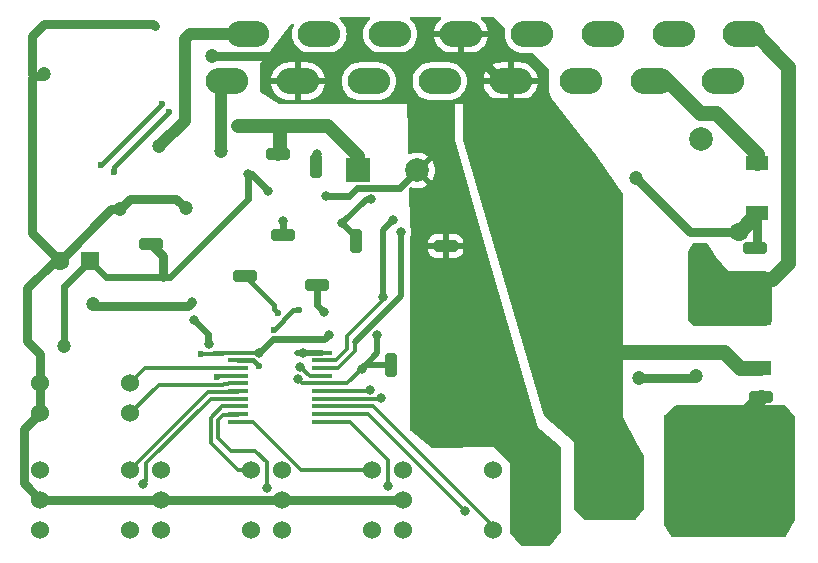
<source format=gbr>
%TF.GenerationSoftware,KiCad,Pcbnew,7.0.2*%
%TF.CreationDate,2024-12-05T18:12:44+09:00*%
%TF.ProjectId,YZ_CDI_PROT_V1,595a5f43-4449-45f5-9052-4f545f56312e,rev?*%
%TF.SameCoordinates,Original*%
%TF.FileFunction,Copper,L1,Top*%
%TF.FilePolarity,Positive*%
%FSLAX46Y46*%
G04 Gerber Fmt 4.6, Leading zero omitted, Abs format (unit mm)*
G04 Created by KiCad (PCBNEW 7.0.2) date 2024-12-05 18:12:44*
%MOMM*%
%LPD*%
G01*
G04 APERTURE LIST*
G04 Aperture macros list*
%AMRoundRect*
0 Rectangle with rounded corners*
0 $1 Rounding radius*
0 $2 $3 $4 $5 $6 $7 $8 $9 X,Y pos of 4 corners*
0 Add a 4 corners polygon primitive as box body*
4,1,4,$2,$3,$4,$5,$6,$7,$8,$9,$2,$3,0*
0 Add four circle primitives for the rounded corners*
1,1,$1+$1,$2,$3*
1,1,$1+$1,$4,$5*
1,1,$1+$1,$6,$7*
1,1,$1+$1,$8,$9*
0 Add four rect primitives between the rounded corners*
20,1,$1+$1,$2,$3,$4,$5,0*
20,1,$1+$1,$4,$5,$6,$7,0*
20,1,$1+$1,$6,$7,$8,$9,0*
20,1,$1+$1,$8,$9,$2,$3,0*%
G04 Aperture macros list end*
%TA.AperFunction,ComponentPad*%
%ADD10C,2.000000*%
%TD*%
%TA.AperFunction,SMDPad,CuDef*%
%ADD11RoundRect,0.250000X-0.750000X-0.250000X0.750000X-0.250000X0.750000X0.250000X-0.750000X0.250000X0*%
%TD*%
%TA.AperFunction,SMDPad,CuDef*%
%ADD12R,1.920000X1.170000*%
%TD*%
%TA.AperFunction,ComponentPad*%
%ADD13O,3.600000X2.200000*%
%TD*%
%TA.AperFunction,SMDPad,CuDef*%
%ADD14R,1.800000X0.450000*%
%TD*%
%TA.AperFunction,ComponentPad*%
%ADD15C,1.524000*%
%TD*%
%TA.AperFunction,SMDPad,CuDef*%
%ADD16RoundRect,0.250000X0.750000X0.250000X-0.750000X0.250000X-0.750000X-0.250000X0.750000X-0.250000X0*%
%TD*%
%TA.AperFunction,ComponentPad*%
%ADD17R,2.000000X2.000000*%
%TD*%
%TA.AperFunction,SMDPad,CuDef*%
%ADD18RoundRect,0.250000X0.250000X-0.750000X0.250000X0.750000X-0.250000X0.750000X-0.250000X-0.750000X0*%
%TD*%
%TA.AperFunction,ComponentPad*%
%ADD19R,1.600000X1.600000*%
%TD*%
%TA.AperFunction,ComponentPad*%
%ADD20C,1.600000*%
%TD*%
%TA.AperFunction,ViaPad*%
%ADD21C,0.800000*%
%TD*%
%TA.AperFunction,ViaPad*%
%ADD22C,1.200000*%
%TD*%
%TA.AperFunction,ViaPad*%
%ADD23C,0.600000*%
%TD*%
%TA.AperFunction,ViaPad*%
%ADD24C,1.600000*%
%TD*%
%TA.AperFunction,Conductor*%
%ADD25C,0.500000*%
%TD*%
%TA.AperFunction,Conductor*%
%ADD26C,1.200000*%
%TD*%
%TA.AperFunction,Conductor*%
%ADD27C,1.000000*%
%TD*%
%TA.AperFunction,Conductor*%
%ADD28C,0.350000*%
%TD*%
%TA.AperFunction,Conductor*%
%ADD29C,0.600000*%
%TD*%
%TA.AperFunction,Conductor*%
%ADD30C,0.800000*%
%TD*%
%TA.AperFunction,Conductor*%
%ADD31C,1.300000*%
%TD*%
%TA.AperFunction,Conductor*%
%ADD32C,0.400000*%
%TD*%
G04 APERTURE END LIST*
D10*
%TO.P,C51,1*%
%TO.N,/OR*%
X-3300000Y63850000D03*
%TO.P,C51,2*%
%TO.N,/CAP+*%
X-3300000Y53850000D03*
%TD*%
%TO.P,C50,1*%
%TO.N,/OR*%
X-3500000Y68650000D03*
%TO.P,C50,2*%
%TO.N,/CAP+*%
X-3500000Y78650000D03*
%TD*%
D11*
%TO.P,TP7,1,1*%
%TO.N,+12V*%
X-39300000Y77350000D03*
%TD*%
D12*
%TO.P,D11,A*%
%TO.N,/OR*%
X1500000Y63475000D03*
%TO.P,D11,C*%
%TO.N,GND*%
X1500000Y59225000D03*
%TD*%
D11*
%TO.P,TP2,1,1*%
%TO.N,Net-(D14-K)*%
X-38850000Y70450000D03*
%TD*%
D13*
%TO.P,CN1,1,BW_KILL*%
%TO.N,/BW*%
X-1600000Y83500000D03*
%TO.P,CN1,2,BR_CHG1*%
%TO.N,/BR*%
X-7600000Y83500000D03*
%TO.P,CN1,3,R_SOL*%
%TO.N,/R*%
X-13600000Y83500000D03*
%TO.P,CN1,4,B_GND*%
%TO.N,GND*%
X-19600000Y83500000D03*
%TO.P,CN1,5,WL_PU*%
%TO.N,/WL*%
X-25600000Y83500000D03*
%TO.P,CN1,6,L_TPS_REF+*%
%TO.N,+5V*%
X-31600000Y83500000D03*
%TO.P,CN1,7,BL_TPS_GND*%
%TO.N,GND*%
X-37600000Y83500000D03*
%TO.P,CN1,8,GL_CHG2-*%
%TO.N,/GL*%
X-43600000Y83500000D03*
%TO.P,CN1,9,GW_CHG2-*%
%TO.N,/GW*%
X-41800000Y87500000D03*
%TO.P,CN1,10,Y_TPS_IN*%
%TO.N,/Y*%
X-35800000Y87500000D03*
%TO.P,CN1,11,Vpp*%
%TO.N,/VPP*%
X-29800000Y87500000D03*
%TO.P,CN1,12,WR_PU_GND*%
%TO.N,GND*%
X-23800000Y87500000D03*
%TO.P,CN1,13,PGD*%
%TO.N,/PGD*%
X-17800000Y87500000D03*
%TO.P,CN1,14,SB_NW_SW*%
%TO.N,unconnected-(CN1-SB_NW_SW-Pad14)*%
X-11800000Y87500000D03*
%TO.P,CN1,15,PGC*%
%TO.N,/PGC*%
X-5800000Y87500000D03*
%TO.P,CN1,16,OR_IG*%
%TO.N,/OR*%
X200000Y87500000D03*
%TD*%
D12*
%TO.P,D1,A*%
%TO.N,/BR*%
X1300000Y76582500D03*
%TO.P,D1,C*%
%TO.N,/CHG*%
X1300000Y72332500D03*
%TD*%
D14*
%TO.P,IC1,1,VDD*%
%TO.N,+5V*%
X-42650000Y60525000D03*
%TO.P,IC1,2,RA5*%
%TO.N,/MCU_TPSIN*%
X-42650000Y59875000D03*
%TO.P,IC1,3,RA4*%
%TO.N,/REV_LIMIT_SEL*%
X-42650000Y59225000D03*
%TO.P,IC1,4,~{MCLR}/VPP/RA3*%
%TO.N,/VPP*%
X-42650000Y58575000D03*
%TO.P,IC1,5,RC5*%
%TO.N,/PWJ_SEL*%
X-42650000Y57925000D03*
%TO.P,IC1,6,RC4*%
%TO.N,Net-(IC1-RC4)*%
X-42650000Y57275000D03*
%TO.P,IC1,7,RC3*%
%TO.N,Net-(IC1-RC3)*%
X-42650000Y56625000D03*
%TO.P,IC1,8,RC6*%
%TO.N,Net-(IC1-RC6)*%
X-42650000Y55975000D03*
%TO.P,IC1,9,RC7*%
%TO.N,Net-(IC1-RC7)*%
X-42650000Y55325000D03*
%TO.P,IC1,10,RB7*%
%TO.N,Net-(IC1-RB7)*%
X-42650000Y54675000D03*
%TO.P,IC1,11,RB6*%
%TO.N,Net-(IC1-RB6)*%
X-35550000Y54675000D03*
%TO.P,IC1,12,RB5*%
%TO.N,Net-(IC1-RB5)*%
X-35550000Y55325000D03*
%TO.P,IC1,13,RB4*%
%TO.N,Net-(IC1-RB4)*%
X-35550000Y55975000D03*
%TO.P,IC1,14,RC2*%
%TO.N,/MCU_PU2DISABLE*%
X-35550000Y56625000D03*
%TO.P,IC1,15,RC1*%
%TO.N,/MCU_IGOUT*%
X-35550000Y57275000D03*
%TO.P,IC1,16,RC0*%
%TO.N,/MCU_PU1IN*%
X-35550000Y57925000D03*
%TO.P,IC1,17,RA2*%
%TO.N,/MCU_PU2IN*%
X-35550000Y58575000D03*
%TO.P,IC1,18,RA1/ICSPCLK*%
%TO.N,/PGC*%
X-35550000Y59225000D03*
%TO.P,IC1,19,RA0/ICSPDAT*%
%TO.N,/PGD*%
X-35550000Y59875000D03*
%TO.P,IC1,20,VSS*%
%TO.N,GND*%
X-35550000Y60525000D03*
%TD*%
D11*
%TO.P,TP10,1,1*%
%TO.N,/CAP+*%
X1600000Y56750000D03*
%TD*%
%TO.P,TP11,1,1*%
%TO.N,GND*%
X-25100000Y69550000D03*
%TD*%
D15*
%TO.P,SW2,1,1*%
%TO.N,Net-(IC1-RC6)*%
X-41600000Y50580000D03*
%TO.P,SW2,2,2*%
%TO.N,Net-(IC1-RC7)*%
X-41600000Y45500000D03*
%TO.P,SW2,3,COMMON*%
%TO.N,GND*%
X-49220000Y48040000D03*
%TO.P,SW2,4,4*%
%TO.N,unconnected-(SW2-Pad4)*%
X-49220000Y50580000D03*
%TO.P,SW2,8,8*%
%TO.N,unconnected-(SW2-Pad8)*%
X-49220000Y45500000D03*
%TD*%
D16*
%TO.P,TP9,1,1*%
%TO.N,+5V*%
X-50050000Y69700000D03*
%TD*%
D11*
%TO.P,TP4,1,1*%
%TO.N,Net-(D10-A)*%
X-36000000Y66250000D03*
%TD*%
D15*
%TO.P,SW1,1,1*%
%TO.N,Net-(IC1-RC4)*%
X-51800000Y50630000D03*
%TO.P,SW1,2,2*%
%TO.N,Net-(IC1-RC3)*%
X-51800000Y45550000D03*
%TO.P,SW1,3,COMMON*%
%TO.N,GND*%
X-59420000Y48090000D03*
%TO.P,SW1,4,4*%
%TO.N,unconnected-(SW1-Pad4)*%
X-59420000Y50630000D03*
%TO.P,SW1,8,8*%
%TO.N,unconnected-(SW1-Pad8)*%
X-59420000Y45550000D03*
%TD*%
%TO.P,SW5,1*%
%TO.N,/PWJ_SEL*%
X-51790000Y55430000D03*
%TO.P,SW5,2*%
%TO.N,/REV_LIMIT_SEL*%
X-51790000Y57970000D03*
%TO.P,SW5,3*%
%TO.N,GND*%
X-59410000Y57970000D03*
%TO.P,SW5,4*%
X-59410000Y55430000D03*
%TD*%
%TO.P,SW3,1,1*%
%TO.N,Net-(IC1-RB7)*%
X-31350000Y50630000D03*
%TO.P,SW3,2,2*%
%TO.N,Net-(IC1-RB6)*%
X-31350000Y45550000D03*
%TO.P,SW3,3,COMMON*%
%TO.N,GND*%
X-38970000Y48090000D03*
%TO.P,SW3,4,4*%
%TO.N,unconnected-(SW3-Pad4)*%
X-38970000Y50630000D03*
%TO.P,SW3,8,8*%
%TO.N,unconnected-(SW3-Pad8)*%
X-38970000Y45550000D03*
%TD*%
D17*
%TO.P,C10,1*%
%TO.N,+12V*%
X-32500000Y75950000D03*
D10*
%TO.P,C10,2*%
%TO.N,GND*%
X-27500000Y75950000D03*
%TD*%
D18*
%TO.P,TP3,1,1*%
%TO.N,Net-(C18-Pad1)*%
X-32700000Y69950000D03*
%TD*%
D19*
%TO.P,C21,1*%
%TO.N,+5V*%
X-55250000Y68300000D03*
D20*
%TO.P,C21,2*%
%TO.N,GND*%
X-57750000Y68300000D03*
%TD*%
D18*
%TO.P,TP5,1,1*%
%TO.N,/MCU_PU1IN*%
X-29700000Y59450000D03*
%TD*%
D11*
%TO.P,TP12,1,1*%
%TO.N,/MCU_PU2IN*%
X-42100000Y67050000D03*
%TD*%
D15*
%TO.P,SW4,1,1*%
%TO.N,Net-(IC1-RB5)*%
X-21100000Y50630000D03*
%TO.P,SW4,2,2*%
%TO.N,Net-(IC1-RB4)*%
X-21100000Y45550000D03*
%TO.P,SW4,3,COMMON*%
%TO.N,GND*%
X-28720000Y48090000D03*
%TO.P,SW4,4,4*%
%TO.N,unconnected-(SW4-Pad4)*%
X-28720000Y50630000D03*
%TO.P,SW4,8,8*%
%TO.N,unconnected-(SW4-Pad8)*%
X-28720000Y45550000D03*
%TD*%
D18*
%TO.P,TP1,1,1*%
%TO.N,/WL*%
X-36100000Y76350000D03*
%TD*%
D11*
%TO.P,TP8,1,1*%
%TO.N,/CHG*%
X1100000Y69350000D03*
%TD*%
D21*
%TO.N,/WL*%
X-35951469Y77301887D03*
D22*
%TO.N,+12V*%
X-42700000Y79700000D03*
D21*
%TO.N,+5V*%
X-41850000Y75650000D03*
D23*
X-45800002Y60450000D03*
D22*
X-57410000Y61060000D03*
D21*
X-40100000Y74250000D03*
X-35000000Y62050000D03*
X-40875001Y60524999D03*
D23*
%TO.N,/CAP+*%
X2900000Y46350000D03*
X3700000Y49850000D03*
X3700000Y51850000D03*
X2900000Y54350000D03*
X500000Y45850000D03*
X3700000Y50850000D03*
X2100000Y48850000D03*
X500000Y51850000D03*
X500000Y48850000D03*
X-1300000Y54550000D03*
X3700000Y52850000D03*
X2100000Y45850000D03*
X3700000Y45850000D03*
X1300000Y53350000D03*
X-1300000Y55550000D03*
X2100000Y46850000D03*
X500000Y50850000D03*
X3700000Y48850000D03*
X2100000Y49850000D03*
X2900000Y53350000D03*
X500000Y46850000D03*
X2900000Y49350000D03*
X2900000Y50350000D03*
X-500000Y52050000D03*
X3700000Y46850000D03*
X500000Y52850000D03*
X-2100000Y55050000D03*
X1300000Y47350000D03*
X1300000Y46350000D03*
X500000Y47850000D03*
X2100000Y47850000D03*
X2900000Y48350000D03*
X-1300000Y53550000D03*
X500000Y49850000D03*
X1300000Y51350000D03*
X-500000Y55050000D03*
X1300000Y49350000D03*
X2900000Y52350000D03*
X3700000Y47850000D03*
X-2100000Y52050000D03*
X1300000Y54350000D03*
X2900000Y47350000D03*
X-500000Y54050000D03*
X2900000Y45350000D03*
X1300000Y55350000D03*
X3700000Y54850000D03*
X2900000Y51350000D03*
X500000Y54850000D03*
X500000Y53850000D03*
X-2100000Y53050000D03*
X2100000Y51850000D03*
X2100000Y52850000D03*
X1300000Y48350000D03*
X-1300000Y52550000D03*
X2100000Y54850000D03*
X1300000Y50350000D03*
X2900000Y55350000D03*
X2100000Y50850000D03*
X-500000Y53050000D03*
X3700000Y53850000D03*
X2100000Y53850000D03*
X1300000Y52350000D03*
X1300000Y45350000D03*
D22*
%TO.N,/GL*%
X-44100001Y77599999D03*
%TO.N,/GW*%
X-49350000Y78000000D03*
D24*
%TO.N,/CHG*%
X-300000Y70750000D03*
D22*
X-9000000Y75350000D03*
X-3900000Y58550000D03*
X-8700001Y58350001D03*
%TO.N,GND*%
X-52700000Y72650000D03*
X-59100000Y84150000D03*
X-26800000Y66450002D03*
D21*
X-9100000Y49150000D03*
X-11100000Y52150000D03*
D22*
X-17600000Y49550000D03*
D21*
X-35200000Y73750000D03*
X-10100000Y49150000D03*
D22*
X-47116000Y72750000D03*
X-44850000Y85650000D03*
D21*
X-12100000Y49150000D03*
X-27200000Y58650000D03*
X-13100000Y49150000D03*
X-11600000Y48350000D03*
D22*
X-18620494Y45354006D03*
X-19400000Y57450000D03*
D23*
X-39650000Y62450000D03*
D22*
X-55000000Y64650000D03*
D21*
X-11100000Y49150000D03*
X-9600000Y48350000D03*
X-13100000Y50150000D03*
D23*
X-37550000Y64100000D03*
D22*
X-16100000Y75350000D03*
X-14900000Y71200000D03*
D21*
X-10600000Y49950000D03*
X-13100000Y52150000D03*
X-12100000Y51150000D03*
X-12100000Y50150000D03*
D22*
X-26200000Y53750000D03*
D21*
X-10000000Y52150000D03*
X-10600000Y48350000D03*
D22*
X-26800000Y66450000D03*
D21*
X-13100000Y51150000D03*
X-37200000Y60525000D03*
X-46600000Y64850000D03*
X-9000000Y52150000D03*
X-9600000Y49950000D03*
X-12100000Y52150000D03*
X-49700000Y88150000D03*
%TO.N,Net-(C18-Pad1)*%
X-31400000Y73550500D03*
X-33850000Y71500000D03*
%TO.N,Net-(D10-A)*%
X-35400000Y63950000D03*
%TO.N,/MCU_IGOUT*%
X-31472067Y57350500D03*
D23*
%TO.N,/VPP*%
X-48541592Y80882430D03*
X-53150000Y75800000D03*
D21*
X-46394086Y63305414D03*
D23*
X-44450000Y58500000D03*
D21*
X-45100000Y61250000D03*
%TO.N,/PGC*%
X-28900000Y70750000D03*
%TO.N,/PGD*%
X-29600000Y71750000D03*
X-30400000Y65250000D03*
D23*
%TO.N,/MCU_TPSIN*%
X-40899999Y59399999D03*
%TO.N,/Y*%
X-49100000Y81600000D03*
X-54300000Y76400000D03*
D21*
%TO.N,/MCU_PU2DISABLE*%
X-30600000Y56650000D03*
%TO.N,Net-(IC1-RC7)*%
X-40250000Y49050000D03*
%TO.N,Net-(IC1-RB6)*%
X-30000000Y49250000D03*
%TO.N,Net-(IC1-RB5)*%
X-23500000Y47130000D03*
%TO.N,Net-(IC1-RC3)*%
X-50700000Y49400000D03*
%TO.N,/MCU_PU1IN*%
X-37610155Y58260155D03*
X-32207533Y59149500D03*
X-30900000Y62050000D03*
D23*
%TO.N,/MCU_PU2IN*%
X-39300000Y63850000D03*
D21*
X-37400000Y59350000D03*
%TO.N,Net-(D14-K)*%
X-38850000Y71650000D03*
%TD*%
D25*
%TO.N,/WL*%
X-36100000Y76350000D02*
X-36100000Y77153356D01*
X-36100000Y77153356D02*
X-35951469Y77301887D01*
D26*
%TO.N,+12V*%
X-39100000Y77550000D02*
X-39300000Y77350000D01*
X-35050000Y79700000D02*
X-32500000Y77150000D01*
D27*
X-32500000Y77150000D02*
X-32500000Y75950000D01*
D26*
X-39100000Y79700000D02*
X-39100000Y77550000D01*
X-39100000Y79700000D02*
X-35050000Y79700000D01*
X-42700000Y79700000D02*
X-39100000Y79700000D01*
D28*
%TO.N,+5V*%
X-42650000Y60525000D02*
X-44729691Y60525000D01*
X-43925000Y60450000D02*
X-45800000Y60450000D01*
X-44804691Y60450000D02*
X-45800002Y60450000D01*
D29*
X-55250000Y68300000D02*
X-53850000Y66900000D01*
X-39750002Y61650000D02*
X-35400000Y61650000D01*
X-41850000Y73500000D02*
X-41850000Y75650000D01*
D28*
X-42650000Y60525000D02*
X-43850000Y60525000D01*
X-43850000Y60525000D02*
X-43925000Y60450000D01*
X-42650000Y60525000D02*
X-40875001Y60524999D01*
D30*
X-49050000Y68700000D02*
X-49050000Y66900000D01*
D29*
X-40875003Y60524999D02*
X-39750002Y61650000D01*
X-55250000Y68300000D02*
X-57410000Y66140000D01*
X-49050000Y66900000D02*
X-48450000Y66900000D01*
X-53850000Y66900000D02*
X-49050000Y66900000D01*
D28*
X-44729691Y60525000D02*
X-44804691Y60450000D01*
D29*
X-41500000Y75650000D02*
X-40100000Y74250000D01*
D28*
X-40875001Y60524999D02*
X-40875003Y60524999D01*
D30*
X-50050000Y69700000D02*
X-49050000Y68700000D01*
D29*
X-41850000Y75650000D02*
X-41500000Y75650000D01*
X-35400000Y61650000D02*
X-35000000Y62050000D01*
X-57410000Y66140000D02*
X-57410000Y61060000D01*
X-48450000Y66900000D02*
X-41850000Y73500000D01*
D31*
%TO.N,/OR*%
X-3550000Y68792500D02*
X-3550000Y63792500D01*
X1392500Y63582500D02*
X-3340000Y63582500D01*
X2500000Y66750000D02*
X3900000Y68150000D01*
X1500000Y63475000D02*
X1392500Y63582500D01*
X-1507500Y66750000D02*
X2500000Y66750000D01*
X3900000Y68150000D02*
X3900000Y84750000D01*
X3900000Y84750000D02*
X900000Y87750000D01*
X-3550000Y68792500D02*
X-1507500Y66750000D01*
%TO.N,/CAP+*%
X-800000Y54350000D02*
X-2992500Y54350000D01*
X1600000Y56750000D02*
X-800000Y54350000D01*
X-2992500Y54350000D02*
X-3550000Y53792500D01*
%TO.N,/BR*%
X-3600000Y80850000D02*
X-2200000Y80850000D01*
X-6500000Y83750000D02*
X-3600000Y80850000D01*
X1300000Y77350000D02*
X1300000Y76582500D01*
X-2200000Y80850000D02*
X1300000Y77350000D01*
D27*
%TO.N,/GL*%
X-44100001Y82999999D02*
X-44100001Y77599999D01*
X-43600000Y83500000D02*
X-44100001Y82999999D01*
%TO.N,/GW*%
X-46737606Y87500000D02*
X-47193803Y87043803D01*
X-47193803Y87043803D02*
X-47193803Y80156197D01*
X-41800000Y87500000D02*
X-46737606Y87500000D01*
X-47193803Y80156197D02*
X-49350000Y78000000D01*
D31*
%TO.N,/CHG*%
X1282500Y72332500D02*
X-300000Y70750000D01*
D30*
X1300000Y69550000D02*
X1100000Y69350000D01*
X-4400000Y70750000D02*
X-9000000Y75350000D01*
X1300000Y72332500D02*
X1300000Y69550000D01*
X-4099999Y58350001D02*
X-3900000Y58550000D01*
X-8700001Y58350001D02*
X-4099999Y58350001D01*
X-300000Y70750000D02*
X-4400000Y70750000D01*
D31*
X1300000Y72332500D02*
X1282500Y72332500D01*
D30*
%TO.N,GND*%
X-19600000Y82800000D02*
X-22450000Y85650000D01*
D28*
X-20750000Y54000000D02*
X-20700000Y54050000D01*
D30*
X-60782000Y54058000D02*
X-59410000Y55430000D01*
D29*
X-35200000Y73750000D02*
X-33300000Y73750000D01*
D30*
X-60782000Y49452000D02*
X-60782000Y54058000D01*
D31*
X-175000Y59225000D02*
X-1500000Y60550000D01*
D30*
X-60100000Y76150000D02*
X-60100000Y70650000D01*
X-46600000Y64850000D02*
X-46950000Y64500000D01*
X-59420000Y48090000D02*
X-49270000Y48090000D01*
X-59900000Y83950000D02*
X-60100000Y83750000D01*
X-46950000Y64500000D02*
X-54850000Y64500000D01*
X-57800000Y68350000D02*
X-57750000Y68300000D01*
X-58200000Y68300000D02*
X-57750000Y68300000D01*
X-60100000Y84150000D02*
X-59900000Y83950000D01*
X-52775000Y88350000D02*
X-49900000Y88350000D01*
D29*
X-32600000Y74450000D02*
X-29000000Y74450000D01*
D30*
X-51800000Y73550000D02*
X-52700000Y72650000D01*
X-53400000Y72650000D02*
X-57750000Y68300000D01*
X-49900000Y88350000D02*
X-49700000Y88150000D01*
X-59100000Y88350000D02*
X-60100000Y87350000D01*
D32*
X-39650000Y62450000D02*
X-38000000Y64100000D01*
D30*
X-38970000Y48090000D02*
X-28720000Y48090000D01*
X-60520000Y61530000D02*
X-60520000Y65980000D01*
X-59300000Y83950000D02*
X-59100000Y84150000D01*
X-60100000Y83750000D02*
X-60100000Y76150000D01*
X-59410000Y60420000D02*
X-60520000Y61530000D01*
D29*
X-29000000Y74450000D02*
X-27500000Y75950000D01*
D30*
X-52775000Y88350000D02*
X-59100000Y88350000D01*
D32*
X-38000000Y64100000D02*
X-37550000Y64100000D01*
D30*
X-60100000Y70650000D02*
X-57750000Y68300000D01*
X-47116000Y72750000D02*
X-47916000Y73550000D01*
D31*
X-1500000Y60550000D02*
X-11600000Y60550000D01*
D28*
X-37725000Y60525000D02*
X-37200000Y60525000D01*
D30*
X-49220000Y48040000D02*
X-39020000Y48040000D01*
X-59410000Y57970000D02*
X-59410000Y55430000D01*
X-52700000Y72650000D02*
X-53400000Y72650000D01*
X-54850000Y64500000D02*
X-55000000Y64650000D01*
X-59420000Y48090000D02*
X-60782000Y49452000D01*
X-47916000Y73550000D02*
X-51800000Y73550000D01*
X-60100000Y76150000D02*
X-60100000Y75650000D01*
X-22450000Y85650000D02*
X-44850000Y85650000D01*
D31*
X1500000Y59225000D02*
X-175000Y59225000D01*
D30*
X-60100000Y87350000D02*
X-60100000Y84150000D01*
D25*
X-35550000Y60525000D02*
X-37725000Y60525000D01*
D30*
X-59410000Y57970000D02*
X-59410000Y60420000D01*
X-60520000Y65980000D02*
X-58200000Y68300000D01*
X-59900000Y83950000D02*
X-59300000Y83950000D01*
D29*
X-33300000Y73750000D02*
X-32600000Y74450000D01*
D25*
%TO.N,Net-(C18-Pad1)*%
X-33850000Y71500000D02*
X-31799500Y73550500D01*
X-32700000Y70350000D02*
X-33850000Y71500000D01*
X-31799500Y73550500D02*
X-31400000Y73550500D01*
D29*
%TO.N,Net-(D10-A)*%
X-36000000Y66250000D02*
X-36000000Y64550000D01*
X-36000000Y64550000D02*
X-35400000Y63950000D01*
D28*
%TO.N,/MCU_IGOUT*%
X-31547567Y57275000D02*
X-31472067Y57350500D01*
X-35550000Y57275000D02*
X-31547567Y57275000D01*
D32*
%TO.N,/VPP*%
X-53150000Y76274022D02*
X-53150000Y75800000D01*
D29*
X-45200000Y61350000D02*
X-45200000Y62111328D01*
X-45200000Y62111328D02*
X-46394086Y63305414D01*
X-45100000Y61250000D02*
X-45200000Y61350000D01*
D32*
X-48541592Y80882430D02*
X-53150000Y76274022D01*
D28*
X-44375000Y58575000D02*
X-42650000Y58575000D01*
X-44450000Y58500000D02*
X-44375000Y58575000D01*
%TO.N,/PGC*%
X-32800000Y60622888D02*
X-32800000Y61450000D01*
D25*
X-32800000Y61450000D02*
X-28900000Y65350000D01*
D28*
X-34197888Y59225000D02*
X-32800000Y60622888D01*
X-35550000Y59225000D02*
X-34197888Y59225000D01*
D25*
X-28900000Y65350000D02*
X-28900000Y70750000D01*
%TO.N,/PGD*%
X-30400000Y70950000D02*
X-30400000Y65250000D01*
D28*
X-34405191Y59875000D02*
X-33425500Y60854691D01*
X-30400000Y64950000D02*
X-30400000Y65250000D01*
X-33425500Y60854691D02*
X-33425500Y61924500D01*
X-35550000Y59875000D02*
X-34405191Y59875000D01*
D25*
X-29600000Y71750000D02*
X-30400000Y70950000D01*
D28*
X-33425500Y61924500D02*
X-30400000Y64950000D01*
D32*
%TO.N,/MCU_TPSIN*%
X-42650000Y59875000D02*
X-41375000Y59875000D01*
X-41375000Y59875000D02*
X-40899999Y59399999D01*
%TO.N,/Y*%
X-49100000Y81600000D02*
X-54300000Y76400000D01*
D28*
%TO.N,/MCU_PU2DISABLE*%
X-35501000Y56576000D02*
X-30674000Y56576000D01*
X-30674000Y56576000D02*
X-30600000Y56650000D01*
%TO.N,Net-(IC1-RC7)*%
X-43250000Y52200000D02*
X-41206039Y52200000D01*
X-44350000Y53300000D02*
X-43250000Y52200000D01*
X-42700000Y55275000D02*
X-43925000Y55275000D01*
X-41206039Y52200000D02*
X-40250000Y51243961D01*
X-40250000Y51243961D02*
X-40250000Y49050000D01*
X-43925000Y55275000D02*
X-44350000Y54850000D01*
X-44350000Y54850000D02*
X-44350000Y53300000D01*
%TO.N,Net-(IC1-RB7)*%
X-42650000Y54675000D02*
X-41400000Y54675000D01*
X-37355000Y50630000D02*
X-31350000Y50630000D01*
X-41400000Y54675000D02*
X-37355000Y50630000D01*
%TO.N,Net-(IC1-RB6)*%
X-30000000Y51450000D02*
X-30000000Y49250000D01*
X-35550000Y54675000D02*
X-33225000Y54675000D01*
X-33225000Y54675000D02*
X-30000000Y51450000D01*
%TO.N,Net-(IC1-RB5)*%
X-35550000Y55325000D02*
X-31695000Y55325000D01*
X-31695000Y55325000D02*
X-23500000Y47130000D01*
%TO.N,Net-(IC1-RB4)*%
X-31225000Y55975000D02*
X-21100000Y45850000D01*
X-35550000Y55975000D02*
X-31225000Y55975000D01*
%TO.N,Net-(IC1-RC4)*%
X-45205000Y57225000D02*
X-51800000Y50630000D01*
X-42700000Y57225000D02*
X-45205000Y57225000D01*
%TO.N,Net-(IC1-RC3)*%
X-50450000Y49650000D02*
X-50700000Y49400000D01*
X-42650000Y56625000D02*
X-44975000Y56625000D01*
X-50450000Y51150000D02*
X-50450000Y49650000D01*
X-44975000Y56625000D02*
X-50450000Y51150000D01*
%TO.N,Net-(IC1-RC6)*%
X-42677630Y50580000D02*
X-41600000Y50580000D01*
X-44002817Y55975000D02*
X-44950000Y55027817D01*
X-44950000Y52852370D02*
X-42677630Y50580000D01*
X-44950000Y55027817D02*
X-44950000Y52852370D01*
X-42650000Y55975000D02*
X-44002817Y55975000D01*
%TO.N,/PWJ_SEL*%
X-49395499Y57824501D02*
X-43925000Y57824501D01*
X-51790000Y55430000D02*
X-49395499Y57824501D01*
X-43475000Y57925000D02*
X-42650000Y57925000D01*
X-43525000Y57875000D02*
X-43475000Y57925000D01*
X-43925000Y57824501D02*
X-43874501Y57875000D01*
X-43874501Y57875000D02*
X-43525000Y57875000D01*
%TO.N,/REV_LIMIT_SEL*%
X-50535000Y59225000D02*
X-42650000Y59225000D01*
X-51790000Y57970000D02*
X-50535000Y59225000D01*
%TO.N,/MCU_PU1IN*%
X-35550000Y57925000D02*
X-37275000Y57925000D01*
D25*
X-29700000Y59450000D02*
X-31907033Y59450000D01*
X-30900000Y62050000D02*
X-30900000Y60457033D01*
X-30900000Y60457033D02*
X-32207533Y59149500D01*
D28*
X-35550000Y57925000D02*
X-33432033Y57925000D01*
X-37275000Y57925000D02*
X-37610155Y58260155D01*
X-33432033Y57925000D02*
X-32207533Y59149500D01*
D25*
X-31907033Y59450000D02*
X-32207533Y59149500D01*
D32*
%TO.N,/MCU_PU2IN*%
X-39650000Y64200000D02*
X-39650000Y64600000D01*
X-39650000Y64600000D02*
X-42100000Y67050000D01*
D28*
X-35550000Y58575000D02*
X-36625000Y58575000D01*
D32*
X-39300000Y63850000D02*
X-39650000Y64200000D01*
D28*
X-36625000Y58575000D02*
X-37400000Y59350000D01*
D29*
%TO.N,Net-(D14-K)*%
X-38850000Y70450000D02*
X-38850000Y71650000D01*
%TD*%
%TA.AperFunction,Conductor*%
%TO.N,GND*%
G36*
X-31536331Y88929815D02*
G01*
X-31490576Y88877011D01*
X-31480632Y88807853D01*
X-31509657Y88744297D01*
X-31522833Y88731216D01*
X-31635225Y88635225D01*
X-31635224Y88635224D01*
X-31798837Y88443658D01*
X-31871300Y88325409D01*
X-31930466Y88228859D01*
X-31944584Y88194776D01*
X-32026874Y87996111D01*
X-32085683Y87751150D01*
X-32105449Y87500000D01*
X-32085683Y87248851D01*
X-32026874Y87003890D01*
X-31978670Y86887516D01*
X-31930466Y86771141D01*
X-31798836Y86556341D01*
X-31635224Y86364776D01*
X-31443659Y86201164D01*
X-31228859Y86069534D01*
X-30996111Y85973127D01*
X-30751148Y85914317D01*
X-30562882Y85899500D01*
X-30560437Y85899500D01*
X-29039563Y85899500D01*
X-29037118Y85899500D01*
X-28848852Y85914317D01*
X-28603889Y85973127D01*
X-28371141Y86069534D01*
X-28156341Y86201164D01*
X-27964776Y86364776D01*
X-27801164Y86556341D01*
X-27669534Y86771141D01*
X-27573127Y87003889D01*
X-27514317Y87248852D01*
X-27494551Y87500000D01*
X-27514317Y87751148D01*
X-27573127Y87996111D01*
X-27669534Y88228859D01*
X-27801164Y88443659D01*
X-27964776Y88635224D01*
X-28077164Y88731212D01*
X-28115355Y88789717D01*
X-28115854Y88859584D01*
X-28078500Y88918631D01*
X-28015153Y88948109D01*
X-27996630Y88949500D01*
X-25602601Y88949500D01*
X-25535562Y88929815D01*
X-25489807Y88877011D01*
X-25479863Y88807853D01*
X-25508888Y88744297D01*
X-25522070Y88731209D01*
X-25634871Y88634869D01*
X-25798431Y88443365D01*
X-25930018Y88228633D01*
X-26026397Y87995957D01*
X-26085189Y87751069D01*
X-26085272Y87750001D01*
X-26085271Y87750000D01*
X-24715686Y87750000D01*
X-24727641Y87738045D01*
X-24785165Y87625148D01*
X-24804986Y87500000D01*
X-24785165Y87374852D01*
X-24727641Y87261955D01*
X-24715686Y87250000D01*
X-26085272Y87250000D01*
X-26085189Y87248932D01*
X-26026397Y87004044D01*
X-25930018Y86771368D01*
X-25798431Y86556636D01*
X-25634870Y86365131D01*
X-25443365Y86201570D01*
X-25228633Y86069983D01*
X-24995957Y85973604D01*
X-24751071Y85914813D01*
X-24565304Y85900192D01*
X-24560424Y85900000D01*
X-24050000Y85900000D01*
X-24050000Y87100000D01*
X-23550000Y87100000D01*
X-23550000Y85900000D01*
X-23039576Y85900000D01*
X-23034697Y85900192D01*
X-22848930Y85914813D01*
X-22604044Y85973604D01*
X-22371368Y86069983D01*
X-22156636Y86201570D01*
X-21965131Y86365131D01*
X-21801570Y86556636D01*
X-21669983Y86771368D01*
X-21573604Y87004044D01*
X-21514812Y87248932D01*
X-21514728Y87250000D01*
X-22884314Y87250000D01*
X-22872359Y87261955D01*
X-22814835Y87374852D01*
X-22795014Y87500000D01*
X-22814835Y87625148D01*
X-22872359Y87738045D01*
X-22884314Y87750000D01*
X-21514729Y87750000D01*
X-21514729Y87750001D01*
X-21514812Y87751069D01*
X-21573604Y87995957D01*
X-21669983Y88228633D01*
X-21801570Y88443365D01*
X-21965130Y88634869D01*
X-22077930Y88731209D01*
X-22116124Y88789716D01*
X-22116623Y88859584D01*
X-22079269Y88918631D01*
X-22015922Y88948109D01*
X-21997399Y88949500D01*
X-21083194Y88949500D01*
X-21016155Y88929815D01*
X-20997792Y88915403D01*
X-20231603Y88187523D01*
X-20079347Y88042880D01*
X-20044301Y87982435D01*
X-20044178Y87924033D01*
X-20085683Y87751150D01*
X-20105449Y87500000D01*
X-20085683Y87248851D01*
X-20026874Y87003890D01*
X-19978670Y86887516D01*
X-19930466Y86771141D01*
X-19798836Y86556341D01*
X-19635224Y86364776D01*
X-19443659Y86201164D01*
X-19228859Y86069534D01*
X-18996111Y85973127D01*
X-18751148Y85914317D01*
X-18562882Y85899500D01*
X-18560437Y85899500D01*
X-17872668Y85899500D01*
X-17805629Y85879815D01*
X-17787264Y85865401D01*
X-16388595Y84536665D01*
X-16353549Y84476221D01*
X-16350000Y84446766D01*
X-16350000Y82750000D01*
X-16320833Y82650000D01*
X-16151532Y82069536D01*
X-16145834Y82050000D01*
X-18219611Y82050000D01*
X-18171368Y82069983D01*
X-17956636Y82201570D01*
X-17765131Y82365131D01*
X-17601570Y82556636D01*
X-17469983Y82771368D01*
X-17373604Y83004044D01*
X-17314812Y83248932D01*
X-17314728Y83250000D01*
X-18684314Y83250000D01*
X-18672359Y83261955D01*
X-18614835Y83374852D01*
X-18595014Y83500000D01*
X-18614835Y83625148D01*
X-18672359Y83738045D01*
X-18684314Y83750000D01*
X-17314729Y83750000D01*
X-17314729Y83750001D01*
X-17314812Y83751069D01*
X-17373604Y83995957D01*
X-17469983Y84228633D01*
X-17601570Y84443365D01*
X-17765131Y84634870D01*
X-17956636Y84798431D01*
X-18171368Y84930018D01*
X-18404044Y85026397D01*
X-18648930Y85085188D01*
X-18834697Y85099809D01*
X-18839576Y85100000D01*
X-19350000Y85100000D01*
X-19350000Y83900000D01*
X-19850000Y83900000D01*
X-19850000Y85100000D01*
X-20360424Y85100000D01*
X-20365304Y85099809D01*
X-20551071Y85085188D01*
X-20795957Y85026397D01*
X-21028633Y84930018D01*
X-21243365Y84798431D01*
X-21434870Y84634870D01*
X-21598431Y84443365D01*
X-21730018Y84228633D01*
X-21826397Y83995957D01*
X-21885189Y83751069D01*
X-21885272Y83750001D01*
X-21885271Y83750000D01*
X-20515686Y83750000D01*
X-20527641Y83738045D01*
X-20585165Y83625148D01*
X-20604986Y83500000D01*
X-20585165Y83374852D01*
X-20527641Y83261955D01*
X-20515686Y83250000D01*
X-21885272Y83250000D01*
X-21885189Y83248932D01*
X-21826397Y83004044D01*
X-21730018Y82771368D01*
X-21598431Y82556636D01*
X-21434870Y82365131D01*
X-21243365Y82201570D01*
X-21028633Y82069983D01*
X-20980390Y82050000D01*
X-23600000Y82050000D01*
X-23600000Y81550000D01*
X-24300000Y81550000D01*
X-24300000Y81750000D01*
X-28400000Y81750000D01*
X-28394118Y81550000D01*
X-39113381Y81550000D01*
X-39180420Y81569685D01*
X-39180744Y81569893D01*
X-40791950Y82612439D01*
X-40837541Y82665385D01*
X-40848560Y82719129D01*
X-40847472Y82771368D01*
X-40837501Y83250000D01*
X-39885272Y83250000D01*
X-39885189Y83248932D01*
X-39826397Y83004044D01*
X-39730018Y82771368D01*
X-39598431Y82556636D01*
X-39434870Y82365131D01*
X-39243365Y82201570D01*
X-39028633Y82069983D01*
X-38795957Y81973604D01*
X-38551071Y81914813D01*
X-38365304Y81900192D01*
X-38360424Y81900000D01*
X-37850000Y81900000D01*
X-37850000Y83100000D01*
X-37350000Y83100000D01*
X-37350000Y81900000D01*
X-36839576Y81900000D01*
X-36834697Y81900192D01*
X-36648930Y81914813D01*
X-36404044Y81973604D01*
X-36171368Y82069983D01*
X-35956636Y82201570D01*
X-35765131Y82365131D01*
X-35601570Y82556636D01*
X-35469983Y82771368D01*
X-35373604Y83004044D01*
X-35314812Y83248932D01*
X-35314728Y83250000D01*
X-36684314Y83250000D01*
X-36672359Y83261955D01*
X-36614835Y83374852D01*
X-36595014Y83500000D01*
X-33905449Y83500000D01*
X-33885683Y83248851D01*
X-33826874Y83003890D01*
X-33778670Y82887516D01*
X-33730466Y82771141D01*
X-33598836Y82556341D01*
X-33435224Y82364776D01*
X-33243659Y82201164D01*
X-33028859Y82069534D01*
X-32796111Y81973127D01*
X-32551148Y81914317D01*
X-32362882Y81899500D01*
X-32360437Y81899500D01*
X-30839563Y81899500D01*
X-30837118Y81899500D01*
X-30648852Y81914317D01*
X-30403889Y81973127D01*
X-30171141Y82069534D01*
X-29956341Y82201164D01*
X-29764776Y82364776D01*
X-29601164Y82556341D01*
X-29469534Y82771141D01*
X-29373127Y83003889D01*
X-29314317Y83248852D01*
X-29294551Y83500000D01*
X-27905449Y83500000D01*
X-27885683Y83248851D01*
X-27826874Y83003890D01*
X-27778670Y82887516D01*
X-27730466Y82771141D01*
X-27598836Y82556341D01*
X-27435224Y82364776D01*
X-27243659Y82201164D01*
X-27028859Y82069534D01*
X-26796111Y81973127D01*
X-26551148Y81914317D01*
X-26362882Y81899500D01*
X-26360437Y81899500D01*
X-24839563Y81899500D01*
X-24837118Y81899500D01*
X-24648852Y81914317D01*
X-24403889Y81973127D01*
X-24171141Y82069534D01*
X-23956341Y82201164D01*
X-23764776Y82364776D01*
X-23601164Y82556341D01*
X-23469534Y82771141D01*
X-23373127Y83003889D01*
X-23314317Y83248852D01*
X-23294551Y83500000D01*
X-23314317Y83751148D01*
X-23373127Y83996111D01*
X-23469534Y84228859D01*
X-23601164Y84443659D01*
X-23764776Y84635224D01*
X-23956341Y84798836D01*
X-24171141Y84930466D01*
X-24287515Y84978670D01*
X-24403890Y85026874D01*
X-24648851Y85085683D01*
X-24834684Y85100309D01*
X-24834699Y85100310D01*
X-24837118Y85100500D01*
X-26362882Y85100500D01*
X-26365301Y85100310D01*
X-26365317Y85100309D01*
X-26551150Y85085683D01*
X-26796111Y85026874D01*
X-27028861Y84930465D01*
X-27243658Y84798837D01*
X-27435224Y84635224D01*
X-27598837Y84443658D01*
X-27730465Y84228861D01*
X-27730466Y84228859D01*
X-27744584Y84194776D01*
X-27826874Y83996111D01*
X-27885683Y83751150D01*
X-27905449Y83500000D01*
X-29294551Y83500000D01*
X-29314317Y83751148D01*
X-29373127Y83996111D01*
X-29469534Y84228859D01*
X-29601164Y84443659D01*
X-29764776Y84635224D01*
X-29956341Y84798836D01*
X-30171141Y84930466D01*
X-30287515Y84978670D01*
X-30403890Y85026874D01*
X-30648851Y85085683D01*
X-30834684Y85100309D01*
X-30834699Y85100310D01*
X-30837118Y85100500D01*
X-32362882Y85100500D01*
X-32365301Y85100310D01*
X-32365317Y85100309D01*
X-32551150Y85085683D01*
X-32796111Y85026874D01*
X-33028861Y84930465D01*
X-33243658Y84798837D01*
X-33435224Y84635224D01*
X-33598837Y84443658D01*
X-33730465Y84228861D01*
X-33730466Y84228859D01*
X-33744584Y84194776D01*
X-33826874Y83996111D01*
X-33885683Y83751150D01*
X-33905449Y83500000D01*
X-36595014Y83500000D01*
X-36614835Y83625148D01*
X-36672359Y83738045D01*
X-36684314Y83750000D01*
X-35314729Y83750000D01*
X-35314729Y83750001D01*
X-35314812Y83751069D01*
X-35373604Y83995957D01*
X-35469983Y84228633D01*
X-35601570Y84443365D01*
X-35765131Y84634870D01*
X-35956636Y84798431D01*
X-36171368Y84930018D01*
X-36404044Y85026397D01*
X-36648930Y85085188D01*
X-36834697Y85099809D01*
X-36839576Y85100000D01*
X-37350000Y85100000D01*
X-37350000Y83900000D01*
X-37850000Y83900000D01*
X-37850000Y85100000D01*
X-38360424Y85100000D01*
X-38365304Y85099809D01*
X-38551071Y85085188D01*
X-38795957Y85026397D01*
X-39028633Y84930018D01*
X-39243365Y84798431D01*
X-39434870Y84634870D01*
X-39598431Y84443365D01*
X-39730018Y84228633D01*
X-39826397Y83995957D01*
X-39885189Y83751069D01*
X-39885272Y83750001D01*
X-39885271Y83750000D01*
X-38515686Y83750000D01*
X-38527641Y83738045D01*
X-38585165Y83625148D01*
X-38604986Y83500000D01*
X-38585165Y83374852D01*
X-38527641Y83261955D01*
X-38515686Y83250000D01*
X-39885272Y83250000D01*
X-40837501Y83250000D01*
X-40800885Y85007561D01*
X-40779808Y85074173D01*
X-40773301Y85082982D01*
X-38158526Y88312999D01*
X-38101047Y88352717D01*
X-38031216Y88355056D01*
X-37971206Y88319270D01*
X-37940071Y88256721D01*
X-37947588Y88187523D01*
X-38026874Y87996111D01*
X-38085683Y87751150D01*
X-38105449Y87500001D01*
X-38085683Y87248851D01*
X-38026874Y87003890D01*
X-37978670Y86887516D01*
X-37930466Y86771141D01*
X-37798836Y86556341D01*
X-37635224Y86364776D01*
X-37443659Y86201164D01*
X-37228859Y86069534D01*
X-36996111Y85973127D01*
X-36751148Y85914317D01*
X-36562882Y85899500D01*
X-36560437Y85899500D01*
X-35039563Y85899500D01*
X-35037118Y85899500D01*
X-34848852Y85914317D01*
X-34603889Y85973127D01*
X-34371141Y86069534D01*
X-34156341Y86201164D01*
X-33964776Y86364776D01*
X-33801164Y86556341D01*
X-33669534Y86771141D01*
X-33573127Y87003889D01*
X-33514317Y87248852D01*
X-33494551Y87500000D01*
X-33514317Y87751148D01*
X-33573127Y87996111D01*
X-33669534Y88228859D01*
X-33801164Y88443659D01*
X-33964776Y88635224D01*
X-34077164Y88731212D01*
X-34115355Y88789717D01*
X-34115854Y88859584D01*
X-34078500Y88918631D01*
X-34015153Y88948109D01*
X-33996630Y88949500D01*
X-31603370Y88949500D01*
X-31536331Y88929815D01*
G37*
%TD.AperFunction*%
%TA.AperFunction,Conductor*%
G36*
X-19350000Y82050000D02*
G01*
X-19850000Y82050000D01*
X-19850000Y83100000D01*
X-19350000Y83100000D01*
X-19350000Y82050000D01*
G37*
%TD.AperFunction*%
%TD*%
%TA.AperFunction,Conductor*%
%TO.N,/OR*%
G36*
X-2998991Y69829815D02*
G01*
X-2962856Y69794283D01*
X-2466667Y69050000D01*
X-2200000Y68650000D01*
X-1200000Y67450000D01*
X1862456Y67450000D01*
X1929495Y67430315D01*
X1931239Y67429174D01*
X2444784Y67086811D01*
X2489644Y67033247D01*
X2500000Y66983638D01*
X2500000Y63209598D01*
X2480315Y63142559D01*
X2453462Y63112770D01*
X2033965Y62777172D01*
X1969319Y62750664D01*
X1956503Y62750000D01*
X-3948638Y62750000D01*
X-4015677Y62769685D01*
X-4036319Y62786319D01*
X-4563854Y63313854D01*
X-4597339Y63375177D01*
X-4600172Y63401118D01*
X-4612386Y67033247D01*
X-4619044Y69013065D01*
X-4599585Y69080169D01*
X-4599061Y69080984D01*
X-4136988Y69793003D01*
X-4083981Y69838522D01*
X-4032972Y69849500D01*
X-3066030Y69849500D01*
X-2998991Y69829815D01*
G37*
%TD.AperFunction*%
%TD*%
%TA.AperFunction,Conductor*%
%TO.N,/CAP+*%
G36*
X3707441Y56030315D02*
G01*
X3737230Y56003462D01*
X4472828Y55083964D01*
X4499336Y55019320D01*
X4500000Y55006504D01*
X4500000Y46382930D01*
X4483662Y46321409D01*
X3735702Y45012479D01*
X3685350Y44964038D01*
X3628040Y44950000D01*
X-5929793Y44950000D01*
X-5996832Y44969685D01*
X-6036122Y45010203D01*
X-6037488Y45012479D01*
X-6582329Y45920549D01*
X-6600000Y45984346D01*
X-6600000Y55192311D01*
X-6580315Y55259350D01*
X-6555875Y55287159D01*
X-5684617Y56020850D01*
X-5620658Y56048975D01*
X-5604744Y56050000D01*
X3640402Y56050000D01*
X3707441Y56030315D01*
G37*
%TD.AperFunction*%
%TD*%
%TA.AperFunction,Conductor*%
%TO.N,GND*%
G36*
X-16136409Y82042932D02*
G01*
X-16093442Y82030315D01*
X-16062766Y82002340D01*
X-13352580Y78533302D01*
X-12352473Y77253166D01*
X-12347736Y77246680D01*
X-10121548Y73981604D01*
X-10100046Y73915125D01*
X-10100000Y73911751D01*
X-10100000Y55050000D01*
X-8954546Y52950001D01*
X-8315141Y51777759D01*
X-8300000Y51718381D01*
X-8300000Y47389088D01*
X-8319685Y47322049D01*
X-8322415Y47317979D01*
X-8962976Y46402891D01*
X-9017547Y46359258D01*
X-9064561Y46350000D01*
X-13248638Y46350000D01*
X-13315677Y46369685D01*
X-13336319Y46386319D01*
X-14163681Y47213681D01*
X-14197166Y47275004D01*
X-14200000Y47301362D01*
X-14200000Y52950001D01*
X-16771557Y55125933D01*
X-16810019Y55184264D01*
X-16810467Y55185762D01*
X-21600000Y71550000D01*
X-23595229Y78533302D01*
X-23600000Y78567367D01*
X-23600000Y81550000D01*
X-23600000Y82050000D01*
X-16145833Y82050000D01*
X-16136409Y82042932D01*
G37*
%TD.AperFunction*%
%TD*%
%TA.AperFunction,Conductor*%
%TO.N,GND*%
G36*
X-24300000Y81550000D02*
G01*
X-24300000Y78550000D01*
X-21646312Y69300000D01*
X-17300000Y54150000D01*
X-17299999Y54149999D01*
X-17057576Y53950000D01*
X-15345089Y52537198D01*
X-15305903Y52479352D01*
X-15300000Y52441549D01*
X-15300000Y45394894D01*
X-15319685Y45327855D01*
X-15328741Y45315511D01*
X-16262819Y44194617D01*
X-16320858Y44155718D01*
X-16358078Y44150000D01*
X-18593502Y44150000D01*
X-18660541Y44169685D01*
X-18687073Y44192634D01*
X-19619571Y45265007D01*
X-19648707Y45328512D01*
X-19650000Y45346373D01*
X-19650000Y51150000D01*
X-19650001Y51150000D01*
X-21050000Y52500000D01*
X-21050001Y52500000D01*
X-21050002Y52500001D01*
X-26156279Y52450425D01*
X-26223507Y52469458D01*
X-26234319Y52477094D01*
X-28052836Y53912766D01*
X-28093257Y53969756D01*
X-28100000Y54010091D01*
X-28100000Y69300000D01*
X-26599999Y69300000D01*
X-26599999Y69253171D01*
X-26599679Y69246889D01*
X-26589507Y69147305D01*
X-26534358Y68980878D01*
X-26442317Y68831655D01*
X-26318346Y68707684D01*
X-26169123Y68615643D01*
X-26002697Y68560494D01*
X-25903110Y68550320D01*
X-25896832Y68550001D01*
X-25350001Y68550001D01*
X-25350000Y68550002D01*
X-25350000Y69300000D01*
X-24850000Y69300000D01*
X-24850000Y68550001D01*
X-24303171Y68550001D01*
X-24296889Y68550322D01*
X-24197305Y68560494D01*
X-24030878Y68615643D01*
X-23881655Y68707684D01*
X-23757684Y68831655D01*
X-23665643Y68980878D01*
X-23610494Y69147304D01*
X-23600320Y69246891D01*
X-23600000Y69253169D01*
X-23600000Y69300000D01*
X-24850000Y69300000D01*
X-25350000Y69300000D01*
X-26599999Y69300000D01*
X-28100000Y69300000D01*
X-28100000Y69800000D01*
X-26600000Y69800000D01*
X-25350000Y69800000D01*
X-25350000Y70550000D01*
X-24850000Y70550000D01*
X-24850000Y69800000D01*
X-23600002Y69800000D01*
X-23600001Y69846830D01*
X-23600322Y69853112D01*
X-23610494Y69952696D01*
X-23665643Y70119123D01*
X-23757684Y70268346D01*
X-23881655Y70392317D01*
X-24030878Y70484358D01*
X-24197304Y70539507D01*
X-24296891Y70549681D01*
X-24303168Y70550000D01*
X-24850000Y70550000D01*
X-25350000Y70550000D01*
X-25896829Y70550000D01*
X-25903112Y70549679D01*
X-26002696Y70539507D01*
X-26169123Y70484358D01*
X-26318346Y70392317D01*
X-26442317Y70268346D01*
X-26534358Y70119123D01*
X-26589507Y69952697D01*
X-26599681Y69853110D01*
X-26600000Y69846832D01*
X-26600000Y69800000D01*
X-28100000Y69800000D01*
X-28100000Y70301416D01*
X-28083387Y70363416D01*
X-28072821Y70381716D01*
X-28014326Y70561744D01*
X-27994540Y70750000D01*
X-28014326Y70938256D01*
X-28072821Y71118284D01*
X-28072822Y71118285D01*
X-28072822Y71118287D01*
X-28083387Y71136587D01*
X-28100000Y71198586D01*
X-28100000Y71550000D01*
X-28100040Y71551810D01*
X-28179224Y74243584D01*
X-28184464Y74421750D01*
X-28166759Y74489337D01*
X-28115323Y74536624D01*
X-28046487Y74548597D01*
X-28020255Y74542674D01*
X-27869493Y74490917D01*
X-27624293Y74450000D01*
X-27375707Y74450000D01*
X-27130507Y74490917D01*
X-26895394Y74571632D01*
X-26676767Y74689947D01*
X-26629944Y74726391D01*
X-27367467Y75463914D01*
X-27357685Y75465320D01*
X-27226900Y75525048D01*
X-27118239Y75619202D01*
X-27040507Y75740156D01*
X-27016924Y75820476D01*
X-26276566Y75080118D01*
X-26176270Y75233631D01*
X-26076414Y75461279D01*
X-26015387Y75702268D01*
X-25994859Y75950000D01*
X-26015387Y76197733D01*
X-26076414Y76438722D01*
X-26176270Y76666370D01*
X-26276566Y76819884D01*
X-27016924Y76079525D01*
X-27040507Y76159844D01*
X-27118239Y76280798D01*
X-27226900Y76374952D01*
X-27357685Y76434680D01*
X-27367467Y76436087D01*
X-26629943Y77173611D01*
X-26629944Y77173612D01*
X-26676765Y77210053D01*
X-26895394Y77328369D01*
X-27130507Y77409084D01*
X-27375707Y77450000D01*
X-27624293Y77450000D01*
X-27869494Y77409084D01*
X-28109041Y77326847D01*
X-28178840Y77323697D01*
X-28239261Y77358783D01*
X-28271122Y77420966D01*
X-28273250Y77440477D01*
X-28326693Y79257560D01*
X-28394117Y81550000D01*
X-28394118Y81550000D01*
X-28400000Y81750000D01*
X-24300000Y81750000D01*
X-24300000Y81550000D01*
G37*
%TD.AperFunction*%
%TD*%
M02*

</source>
